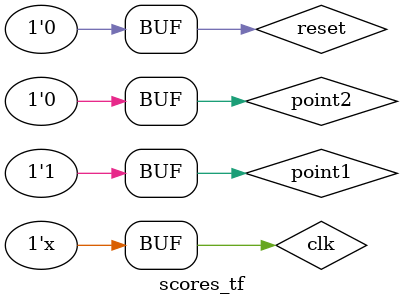
<source format=v>
`timescale 1ns / 1ps


module scores_tf;

	// Inputs
	reg clk;
	reg reset;
	reg point1;
	reg point2;

	// Outputs
	wire [2:0] score1;
	wire [2:0] score2;
	wire playing;
	wire winner;

	// Instantiate the Unit Under Test (UUT)
	scores uut (
		.clk(clk), 
		.reset(reset), 
		.point1(point1), 
		.point2(point2), 
		.score1(score1), 
		.score2(score2), 
		.playing(playing), 
		.winner(winner)
	);

	initial begin
		// Initialize Inputs
		clk = 0;
		reset = 0;
		point1 = 0;
		point2 = 0;

		// Wait 100 ns for global reset to finish
		#100;
        
		// Add stimulus here
		point1 = 1;

	end
	
	always
	#1  clk = ~clk;
      
endmodule


</source>
